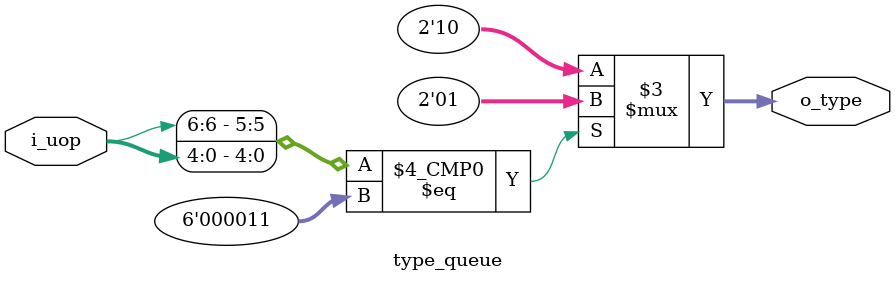
<source format=v>
module decode #(parameter WIDTH_BRM = 6)
              (output reg [14:0]      o_regs,
               output reg [ 9:0]      o_func,
               output reg [ 4:0]      o_ctrl,
               output     [31:0]      o_imm,
               output reg             o_en_j,
               output [WIDTH_BRM-1:0] o_brmask,
               input wire             i_en_j,
               input [WIDTH_BRM-1:0]  i_brmask,
               input wire             i_en,
               input wire [31:0]      i_instr,
               input wire             i_imask);

`include "src/IType.v"

wire [2:0] ImmSrc;

reg [4:0] drd, drs1, drs2;
reg [2:0] funct3;
reg [6:0] funct7;
wire [1:0] queue;

assign o_brmask = i_en_j ? i_brmask + 1 : i_brmask;

always @(i_instr[6:0])
begin
	case (i_instr[6:0])
		7'b1100011: o_en_j = 1;
		7'b1101111: o_en_j = 1;
		7'b1100111: o_en_j = 1;
		default:    o_en_j = 0;
	endcase
end

InstrDecoder m_decode(.o_ImmSrc(ImmSrc),
                      .i_Op(i_instr[6:0]));

signExtend m_signEntend(.o_data(o_imm),
                        .i_en(ImmSrc),
                        .i_data(i_instr[31:7]));

type_queue m_type_queue(.o_type(queue),
                        .i_uop(i_instr[6:0]));

always @(*)
begin
	drd  = i_instr[11:7];
	drs1 = i_instr[19:15];
	drs2 = i_instr[24:20];

	funct7 = i_instr[31:25];
	funct3 = i_instr[14:12];

	o_ctrl = { queue, i_en };

	case(ImmSrc)
		RT:
		begin
			o_regs = { drd, drs2, drs1 };
			o_func = { funct7, funct3 };
		end
		IT:
		begin
			o_regs = { drd, 5'b0, drs1 };
			/*
			need check SLLI SRLI SRAI	
			*/
			o_func = { 7'b0, funct3 };
		end
		ST:
		begin
			o_regs = { 5'b0, drs2, drs1 };
			o_func = { 7'b0, funct3 };
		end
		BT:
		begin
			o_regs = { 5'b0, drs2, drs1 };
			o_func = { 7'b0, funct3 };
		end
		UT:
		begin
			o_regs = { drd, 5'b0, 5'b0 };
			o_func = { 7'b0, 3'b0 };
		end
		JT:
		begin
			o_regs = { drd, 5'b0, 5'b0 };
			o_func = { 7'b0, 3'b0 };
		end
		default:
		begin
			o_regs = { 5'b0, 5'b0, 5'b0 };
			o_func = { 7'b0, 3'b0 };
		end
	endcase

	if (!i_imask) begin
		o_regs = { 5'b0, 5'b0, 5'b0 };
		o_func = { 7'b0, 3'b0 };
	end
end

endmodule

module type_queue(output reg [1:0] o_type,
                  input      [6:0] i_uop);

localparam [1:0] MEMQ = 2'b01, ALUQ = 2'b10;

always @(*)
begin
	casez (i_uop)
	7'b0?00011: o_type = MEMQ;
//	7'b1100011: o_type =
//	7'b1101111: o_type =
//	7'b1100111: o_type =
	default:    o_type = ALUQ;
	endcase
end

endmodule


</source>
